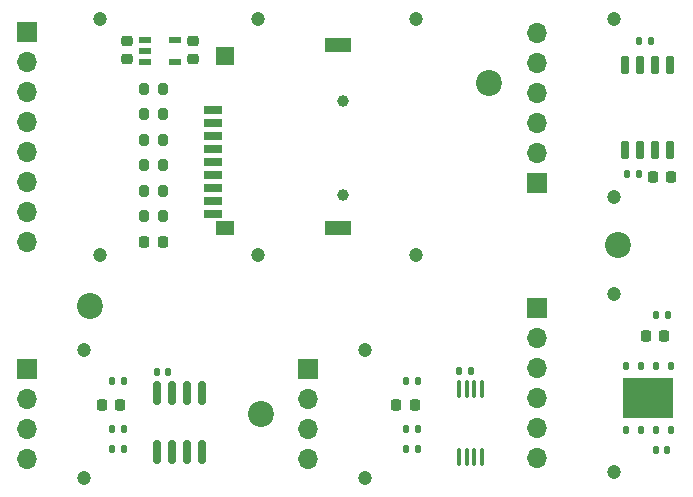
<source format=gts>
%TF.GenerationSoftware,KiCad,Pcbnew,7.0.9*%
%TF.CreationDate,2024-01-07T22:37:45+08:00*%
%TF.ProjectId,UINIO-Storage,55494e49-4f2d-4537-946f-726167652e6b,Version 1.0.0*%
%TF.SameCoordinates,PX75da690PY4f4f778*%
%TF.FileFunction,Soldermask,Top*%
%TF.FilePolarity,Negative*%
%FSLAX46Y46*%
G04 Gerber Fmt 4.6, Leading zero omitted, Abs format (unit mm)*
G04 Created by KiCad (PCBNEW 7.0.9) date 2024-01-07 22:37:45*
%MOMM*%
%LPD*%
G01*
G04 APERTURE LIST*
G04 Aperture macros list*
%AMRoundRect*
0 Rectangle with rounded corners*
0 $1 Rounding radius*
0 $2 $3 $4 $5 $6 $7 $8 $9 X,Y pos of 4 corners*
0 Add a 4 corners polygon primitive as box body*
4,1,4,$2,$3,$4,$5,$6,$7,$8,$9,$2,$3,0*
0 Add four circle primitives for the rounded corners*
1,1,$1+$1,$2,$3*
1,1,$1+$1,$4,$5*
1,1,$1+$1,$6,$7*
1,1,$1+$1,$8,$9*
0 Add four rect primitives between the rounded corners*
20,1,$1+$1,$2,$3,$4,$5,0*
20,1,$1+$1,$4,$5,$6,$7,0*
20,1,$1+$1,$6,$7,$8,$9,0*
20,1,$1+$1,$8,$9,$2,$3,0*%
G04 Aperture macros list end*
%ADD10RoundRect,0.135000X0.135000X0.185000X-0.135000X0.185000X-0.135000X-0.185000X0.135000X-0.185000X0*%
%ADD11RoundRect,0.140000X-0.140000X-0.170000X0.140000X-0.170000X0.140000X0.170000X-0.140000X0.170000X0*%
%ADD12R,1.700000X1.700000*%
%ADD13O,1.700000X1.700000*%
%ADD14RoundRect,0.218750X0.218750X0.256250X-0.218750X0.256250X-0.218750X-0.256250X0.218750X-0.256250X0*%
%ADD15C,1.200000*%
%ADD16RoundRect,0.200000X-0.200000X-0.275000X0.200000X-0.275000X0.200000X0.275000X-0.200000X0.275000X0*%
%ADD17RoundRect,0.218750X-0.218750X-0.256250X0.218750X-0.256250X0.218750X0.256250X-0.218750X0.256250X0*%
%ADD18RoundRect,0.100000X0.100000X-0.637500X0.100000X0.637500X-0.100000X0.637500X-0.100000X-0.637500X0*%
%ADD19C,2.200000*%
%ADD20R,1.000000X0.600000*%
%ADD21RoundRect,0.150000X0.150000X-0.825000X0.150000X0.825000X-0.150000X0.825000X-0.150000X-0.825000X0*%
%ADD22C,1.000000*%
%ADD23R,1.600000X0.700000*%
%ADD24R,1.500000X1.200000*%
%ADD25R,2.200000X1.200000*%
%ADD26R,1.500000X1.600000*%
%ADD27RoundRect,0.225000X0.250000X-0.225000X0.250000X0.225000X-0.250000X0.225000X-0.250000X-0.225000X0*%
%ADD28RoundRect,0.150000X0.150000X-0.650000X0.150000X0.650000X-0.150000X0.650000X-0.150000X-0.650000X0*%
%ADD29RoundRect,0.135000X-0.135000X-0.185000X0.135000X-0.185000X0.135000X0.185000X-0.135000X0.185000X0*%
%ADD30RoundRect,0.140000X0.140000X0.170000X-0.140000X0.170000X-0.140000X-0.170000X0.140000X-0.170000X0*%
%ADD31RoundRect,0.125000X0.125000X-0.250000X0.125000X0.250000X-0.125000X0.250000X-0.125000X-0.250000X0*%
%ADD32R,4.300000X3.400000*%
%ADD33RoundRect,0.225000X-0.250000X0.225000X-0.250000X-0.225000X0.250000X-0.225000X0.250000X0.225000X0*%
G04 APERTURE END LIST*
D10*
%TO.C,R7*%
X7692000Y-32512786D03*
X6672000Y-32512786D03*
%TD*%
D11*
%TO.C,C1*%
X51342000Y-3687000D03*
X52302000Y-3687000D03*
%TD*%
D12*
%TO.C,J1*%
X-538000Y-31512000D03*
D13*
X-538000Y-34052000D03*
X-538000Y-36592000D03*
X-538000Y-39132000D03*
%TD*%
D14*
%TO.C,D5*%
X53449500Y-28690000D03*
X51874500Y-28690000D03*
%TD*%
D15*
%TO.C,HOLE\u002A\u002A*%
X32422000Y-1837000D03*
%TD*%
D16*
%TO.C,R10*%
X9362000Y-12063666D03*
X11012000Y-12063666D03*
%TD*%
D17*
%TO.C,D4*%
X9399500Y-20737000D03*
X10974500Y-20737000D03*
%TD*%
D18*
%TO.C,U2*%
X36067000Y-38920786D03*
X36717000Y-38920786D03*
X37367000Y-38920786D03*
X38017000Y-38920786D03*
X38017000Y-33195786D03*
X37367000Y-33195786D03*
X36717000Y-33195786D03*
X36067000Y-33195786D03*
%TD*%
D19*
%TO.C,HOLE\u002A\u002A*%
X38617000Y-7237000D03*
%TD*%
%TO.C,HOLE\u002A\u002A*%
X19287000Y-35337000D03*
%TD*%
D20*
%TO.C,U4*%
X9452000Y-3637000D03*
X9452000Y-4587000D03*
X9452000Y-5537000D03*
X12052000Y-5537000D03*
X12052000Y-3637000D03*
%TD*%
D12*
%TO.C,J2*%
X23257000Y-31512000D03*
D13*
X23257000Y-34052000D03*
X23257000Y-36592000D03*
X23257000Y-39132000D03*
%TD*%
D14*
%TO.C,D2*%
X7379500Y-34522786D03*
X5804500Y-34522786D03*
%TD*%
D10*
%TO.C,R2*%
X7692000Y-36532786D03*
X6672000Y-36532786D03*
%TD*%
D15*
%TO.C,HOLE\u002A\u002A*%
X49212000Y-25165000D03*
%TD*%
D12*
%TO.C,J3*%
X42702000Y-15707000D03*
D13*
X42702000Y-13167000D03*
X42702000Y-10627000D03*
X42702000Y-8087000D03*
X42702000Y-5547000D03*
X42702000Y-3007000D03*
%TD*%
D21*
%TO.C,U1*%
X10487000Y-38487786D03*
X11757000Y-38487786D03*
X13027000Y-38487786D03*
X14297000Y-38487786D03*
X14297000Y-33537786D03*
X13027000Y-33537786D03*
X11757000Y-33537786D03*
X10487000Y-33537786D03*
%TD*%
D22*
%TO.C,Card1*%
X26232000Y-16783000D03*
X26232000Y-8783000D03*
D23*
X15232000Y-9592000D03*
X15232000Y-10692000D03*
X15232000Y-11791000D03*
X15232000Y-12892000D03*
X15232000Y-13991000D03*
X15232000Y-15092000D03*
X15232000Y-16191000D03*
X15232000Y-17291000D03*
X15232000Y-18391000D03*
D24*
X16232000Y-19591000D03*
D25*
X25832000Y-19583000D03*
X25832000Y-4083000D03*
D26*
X16232000Y-4983000D03*
%TD*%
D11*
%TO.C,C4*%
X52742000Y-38307000D03*
X53702000Y-38307000D03*
%TD*%
D27*
%TO.C,C5*%
X7982000Y-5248000D03*
X7982000Y-3698000D03*
%TD*%
D10*
%TO.C,R1*%
X7692000Y-38242786D03*
X6672000Y-38242786D03*
%TD*%
D16*
%TO.C,R9*%
X9362000Y-9905333D03*
X11012000Y-9905333D03*
%TD*%
D28*
%TO.C,U3*%
X50082000Y-12947000D03*
X51352000Y-12947000D03*
X52622000Y-12947000D03*
X53892000Y-12947000D03*
X53892000Y-5747000D03*
X52622000Y-5747000D03*
X51352000Y-5747000D03*
X50082000Y-5747000D03*
%TD*%
D15*
%TO.C,HOLE\u002A\u002A*%
X32422000Y-21837000D03*
%TD*%
%TO.C,HOLE\u002A\u002A*%
X5708000Y-1837000D03*
%TD*%
D16*
%TO.C,R12*%
X9362000Y-18538665D03*
X11012000Y-18538665D03*
%TD*%
D29*
%TO.C,R13*%
X52742000Y-26907000D03*
X53762000Y-26907000D03*
%TD*%
D15*
%TO.C,HOLE\u002A\u002A*%
X49212000Y-1825000D03*
%TD*%
%TO.C,HOLE\u002A\u002A*%
X4282000Y-29902786D03*
%TD*%
%TO.C,HOLE\u002A\u002A*%
X4282000Y-40722786D03*
%TD*%
%TO.C,HOLE\u002A\u002A*%
X28082000Y-40722786D03*
%TD*%
D14*
%TO.C,D3*%
X32312000Y-34527000D03*
X30737000Y-34527000D03*
%TD*%
D15*
%TO.C,HOLE\u002A\u002A*%
X49212000Y-16885000D03*
%TD*%
D10*
%TO.C,R5*%
X51342000Y-14937000D03*
X50322000Y-14937000D03*
%TD*%
D16*
%TO.C,R8*%
X9362000Y-7747000D03*
X11012000Y-7747000D03*
%TD*%
D15*
%TO.C,HOLE\u002A\u002A*%
X28082000Y-29902786D03*
%TD*%
%TO.C,HOLE\u002A\u002A*%
X19065000Y-21837000D03*
%TD*%
D16*
%TO.C,R11*%
X9362000Y-14221999D03*
X11012000Y-14221999D03*
%TD*%
D15*
%TO.C,HOLE\u002A\u002A*%
X49212000Y-40225000D03*
%TD*%
%TO.C,HOLE\u002A\u002A*%
X5708000Y-21837000D03*
%TD*%
D19*
%TO.C,HOLE\u002A\u002A*%
X4802000Y-26132000D03*
%TD*%
D14*
%TO.C,D1*%
X54029500Y-15197000D03*
X52454500Y-15197000D03*
%TD*%
D30*
%TO.C,C3*%
X37057000Y-31645000D03*
X36097000Y-31645000D03*
%TD*%
D10*
%TO.C,R3*%
X32624500Y-38247000D03*
X31604500Y-38247000D03*
%TD*%
D29*
%TO.C,R4*%
X31604500Y-36537000D03*
X32624500Y-36537000D03*
%TD*%
D31*
%TO.C,U5*%
X50202000Y-36618000D03*
X51472000Y-36618000D03*
X52742000Y-36618000D03*
X54012000Y-36618000D03*
X54012000Y-31218000D03*
X52742000Y-31218000D03*
X51472000Y-31218000D03*
X50202000Y-31218000D03*
D32*
X52107000Y-33918000D03*
%TD*%
D30*
%TO.C,C2*%
X11462000Y-31752786D03*
X10502000Y-31752786D03*
%TD*%
D16*
%TO.C,R14*%
X9362000Y-16380332D03*
X11012000Y-16380332D03*
%TD*%
D12*
%TO.C,J5*%
X42702000Y-26347000D03*
D13*
X42702000Y-28887000D03*
X42702000Y-31427000D03*
X42702000Y-33967000D03*
X42702000Y-36507000D03*
X42702000Y-39047000D03*
%TD*%
D10*
%TO.C,R6*%
X32624500Y-32517000D03*
X31604500Y-32517000D03*
%TD*%
D33*
%TO.C,C6*%
X13522000Y-3698000D03*
X13522000Y-5248000D03*
%TD*%
D15*
%TO.C,HOLE\u002A\u002A*%
X19065000Y-1837000D03*
%TD*%
D12*
%TO.C,J4*%
X-548000Y-2962000D03*
D13*
X-548000Y-5502000D03*
X-548000Y-8042000D03*
X-548000Y-10582000D03*
X-548000Y-13122000D03*
X-548000Y-15662000D03*
X-548000Y-18202000D03*
X-548000Y-20742000D03*
%TD*%
D19*
%TO.C,HOLE\u002A\u002A*%
X49487000Y-21027000D03*
%TD*%
M02*

</source>
